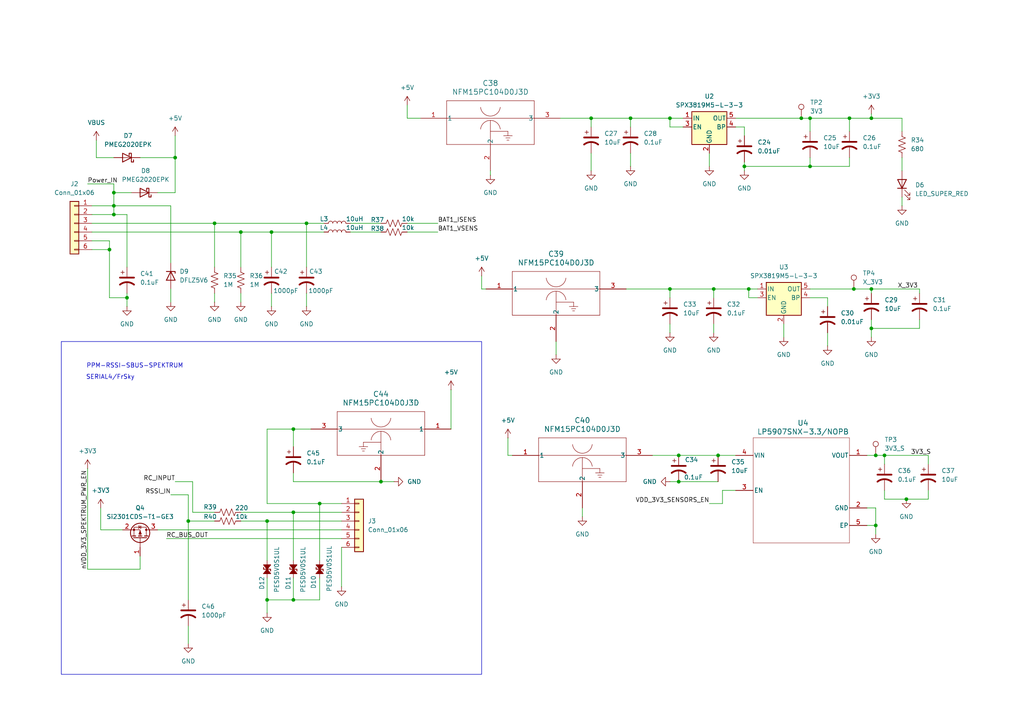
<source format=kicad_sch>
(kicad_sch (version 20231120) (generator "eeschema") (generator_version "8.0")
  (paper "A4")
  (lib_symbols
    (symbol "Connector:TestPoint" (pin_numbers hide) (pin_names (offset 0.762) hide)
      (property "Reference" "TP" (at 0 6.858 0))
      (property "Value" "TestPoint" (at 0 5.08 0))
      (symbol "TestPoint_0_1"
        (circle (center 0 3.302) (radius 0.762))
      )
      (symbol "TestPoint_1_1"
        (pin passive line (at 0 0 90) (length 2.54) (name "1") (number "1"))
      )
    )
    (symbol "Connector_Generic:Conn_01x06" (pin_names (offset 1.016) hide)
      (property "Reference" "J" (at 0 7.62 0))
      (property "Value" "Conn_01x06" (at 0 -10.16 0))
      (symbol "Conn_01x06_1_1"
        (rectangle (start -1.27 -7.493) (end 0 -7.747) (stroke (width 0.1524)))
        (rectangle (start -1.27 -4.953) (end 0 -5.207) (stroke (width 0.1524)))
        (rectangle (start -1.27 -2.413) (end 0 -2.667) (stroke (width 0.1524)))
        (rectangle (start -1.27 0.127) (end 0 -0.127) (stroke (width 0.1524)))
        (rectangle (start -1.27 2.667) (end 0 2.413) (stroke (width 0.1524)))
        (rectangle (start -1.27 5.207) (end 0 4.953) (stroke (width 0.1524)))
        (rectangle (start -1.27 6.35) (end 1.27 -8.89) (stroke (width 0.254)) (fill (type background)))
        (pin passive line (at -5.08 5.08 0) (length 3.81) (name "Pin_1") (number "1"))
        (pin passive line (at -5.08 2.54 0) (length 3.81) (name "Pin_2") (number "2"))
        (pin passive line (at -5.08 0 0) (length 3.81) (name "Pin_3") (number "3"))
        (pin passive line (at -5.08 -2.54 0) (length 3.81) (name "Pin_4") (number "4"))
        (pin passive line (at -5.08 -5.08 0) (length 3.81) (name "Pin_5") (number "5"))
        (pin passive line (at -5.08 -7.62 0) (length 3.81) (name "Pin_6") (number "6"))
      )
    )
    (symbol "Device:C_Polarized_US" (pin_numbers hide) (pin_names (offset 0.254) hide)
      (property "Reference" "C" (at 0.635 2.54 0))
      (property "Value" "C_Polarized_US" (at 0.635 -2.54 0))
      (symbol "C_Polarized_US_0_1"
        (polyline (pts (xy -2.032 0.762) (xy 2.032 0.762)) (stroke (width 0.508)))
        (polyline (pts (xy -1.778 2.286) (xy -0.762 2.286)))
        (polyline (pts (xy -1.27 1.778) (xy -1.27 2.794)))
        (arc (start 2.032 -1.27) (mid 0 -0.5572) (end -2.032 -1.27) (stroke (width 0.508)))
      )
      (symbol "C_Polarized_US_1_1"
        (pin passive line (at 0 3.81 270) (length 2.794) (name "~") (number "1"))
        (pin passive line (at 0 -3.81 90) (length 3.302) (name "~") (number "2"))
      )
    )
    (symbol "Device:D_Schottky" (pin_numbers hide) (pin_names (offset 1.016) hide)
      (property "Reference" "D" (at 0 2.54 0))
      (property "Value" "D_Schottky" (at 0 -2.54 0))
      (symbol "D_Schottky_0_1"
        (polyline (pts (xy 1.27 0) (xy -1.27 0)))
        (polyline (pts (xy 1.27 1.27) (xy 1.27 -1.27) (xy -1.27 0) (xy 1.27 1.27)) (stroke (width 0.254)))
        (polyline (pts (xy -1.905 0.635) (xy -1.905 1.27) (xy -1.27 1.27) (xy -1.27 -1.27) (xy -0.635 -1.27) (xy -0.635 -0.635)) (stroke (width 0.254)))
      )
      (symbol "D_Schottky_1_1"
        (pin passive line (at -3.81 0 0) (length 2.54) (name "K") (number "1"))
        (pin passive line (at 3.81 0 180) (length 2.54) (name "A") (number "2"))
      )
    )
    (symbol "Device:D_TVS_Small_Filled" (pin_numbers hide) (pin_names (offset 1.016) hide)
      (property "Reference" "D" (at 0 2.54 0))
      (property "Value" "D_TVS_Small_Filled" (at 0 -2.54 0))
      (symbol "D_TVS_Small_Filled_0_1"
        (polyline (pts (xy -1.27 0) (xy 1.27 0)))
        (polyline (pts (xy 0.508 1.016) (xy 0 1.016) (xy 0 -1.016) (xy -0.508 -1.016)) (stroke (width 0.254)))
      )
      (symbol "D_TVS_Small_Filled_1_1"
        (polyline (pts (xy -1.27 1.016) (xy -1.27 -1.016) (xy 0 0) (xy -1.27 1.016)) (stroke (width 0.254)) (fill (type outline)))
        (polyline (pts (xy 0 0) (xy 1.27 1.016) (xy 1.27 -1.016) (xy 0 0)) (stroke (width 0.254)) (fill (type outline)))
        (pin passive line (at -2.54 0 0) (length 1.27) (name "A1") (number "1"))
        (pin passive line (at 2.54 0 180) (length 1.27) (name "A2") (number "2"))
      )
    )
    (symbol "Device:D_Zener" (pin_numbers hide) (pin_names (offset 1.016) hide)
      (property "Reference" "D" (at 0 2.54 0))
      (property "Value" "D_Zener" (at 0 -2.54 0))
      (symbol "D_Zener_0_1"
        (polyline (pts (xy 1.27 0) (xy -1.27 0)))
        (polyline (pts (xy -1.27 -1.27) (xy -1.27 1.27) (xy -0.762 1.27)) (stroke (width 0.254)))
        (polyline (pts (xy 1.27 -1.27) (xy 1.27 1.27) (xy -1.27 0) (xy 1.27 -1.27)) (stroke (width 0.254)))
      )
      (symbol "D_Zener_1_1"
        (pin passive line (at -3.81 0 0) (length 2.54) (name "K") (number "1"))
        (pin passive line (at 3.81 0 180) (length 2.54) (name "A") (number "2"))
      )
    )
    (symbol "Device:L" (pin_numbers hide) (pin_names (offset 1.016) hide)
      (property "Reference" "L" (at -1.27 0 90))
      (property "Value" "L" (at 1.905 0 90))
      (symbol "L_0_1"
        (arc (start 0 -2.54) (mid 0.6323 -1.905) (end 0 -1.27))
        (arc (start 0 -1.27) (mid 0.6323 -0.635) (end 0 0))
        (arc (start 0 0) (mid 0.6323 0.635) (end 0 1.27))
        (arc (start 0 1.27) (mid 0.6323 1.905) (end 0 2.54))
      )
      (symbol "L_1_1"
        (pin passive line (at 0 3.81 270) (length 1.27) (name "1") (number "1"))
        (pin passive line (at 0 -3.81 90) (length 1.27) (name "2") (number "2"))
      )
    )
    (symbol "Device:LED" (pin_numbers hide) (pin_names (offset 1.016) hide)
      (property "Reference" "D" (at 0 2.54 0))
      (property "Value" "LED" (at 0 -2.54 0))
      (symbol "LED_0_1"
        (polyline (pts (xy -1.27 -1.27) (xy -1.27 1.27)) (stroke (width 0.254)))
        (polyline (pts (xy -1.27 0) (xy 1.27 0)))
        (polyline (pts (xy 1.27 -1.27) (xy 1.27 1.27) (xy -1.27 0) (xy 1.27 -1.27)) (stroke (width 0.254)))
        (polyline (pts (xy -3.048 -0.762) (xy -4.572 -2.286) (xy -3.81 -2.286) (xy -4.572 -2.286) (xy -4.572 -1.524)))
        (polyline (pts (xy -1.778 -0.762) (xy -3.302 -2.286) (xy -2.54 -2.286) (xy -3.302 -2.286) (xy -3.302 -1.524)))
      )
      (symbol "LED_1_1"
        (pin passive line (at -3.81 0 0) (length 2.54) (name "K") (number "1"))
        (pin passive line (at 3.81 0 180) (length 2.54) (name "A") (number "2"))
      )
    )
    (symbol "Device:R_US" (pin_numbers hide) (pin_names (offset 0))
      (property "Reference" "R" (at 2.54 0 90))
      (property "Value" "R_US" (at -2.54 0 90))
      (symbol "R_US_0_1"
        (polyline (pts (xy 0 -2.286) (xy 0 -2.54)))
        (polyline (pts (xy 0 2.286) (xy 0 2.54)))
        (polyline (pts (xy 0 -0.762) (xy 1.016 -1.143) (xy 0 -1.524) (xy -1.016 -1.905) (xy 0 -2.286)))
        (polyline (pts (xy 0 0.762) (xy 1.016 0.381) (xy 0 0) (xy -1.016 -0.381) (xy 0 -0.762)))
        (polyline (pts (xy 0 2.286) (xy 1.016 1.905) (xy 0 1.524) (xy -1.016 1.143) (xy 0 0.762)))
      )
      (symbol "R_US_1_1"
        (pin passive line (at 0 3.81 270) (length 1.27) (name "~") (number "1"))
        (pin passive line (at 0 -3.81 90) (length 1.27) (name "~") (number "2"))
      )
    )
    (symbol "LP5907SNX_3_3_NOPB:LP5907SNX-3.3_NOPB" (pin_names (offset 0.254))
      (property "Reference" "U" (at 0 2.54 0))
      (property "Value" "LP5907SNX-3.3/NOPB" (at 0 0 0))
      (symbol "LP5907SNX-3.3_NOPB_0_1"
        (polyline (pts (xy -12.7 -15.24) (xy 15.24 -15.24)) (stroke (width 0.1016)))
        (polyline (pts (xy -12.7 15.24) (xy -12.7 -15.24)) (stroke (width 0.1016)))
        (polyline (pts (xy 15.24 -15.24) (xy 15.24 15.24)) (stroke (width 0.1016)))
        (polyline (pts (xy 15.24 15.24) (xy -12.7 15.24)) (stroke (width 0.1016)))
        (pin power_in line (at 20.32 10.16 180) (length 5.08) (name "VOUT") (number "1"))
        (pin power_in line (at 20.32 -5.08 180) (length 5.08) (name "GND") (number "2"))
        (pin input line (at -17.78 0 0) (length 5.08) (name "EN") (number "3"))
        (pin power_in line (at -17.78 10.16 0) (length 5.08) (name "VIN") (number "4"))
        (pin power_in line (at 20.32 -10.16 180) (length 5.08) (name "EP") (number "5"))
      )
    )
    (symbol "NFM15PC104D0J3D:NFM15PC104D0J3D" (pin_names (offset 0.254))
      (property "Reference" "C" (at 20.32 10.16 0))
      (property "Value" "NFM15PC104D0J3D" (at 20.32 7.62 0))
      (symbol "NFM15PC104D0J3D_0_1"
        (polyline (pts (xy 7.62 -7.62) (xy 33.02 -7.62)) (stroke (width 0.127)))
        (polyline (pts (xy 7.62 0) (xy 33.02 0)) (stroke (width 0.127)))
        (polyline (pts (xy 7.62 5.08) (xy 7.62 -7.62)) (stroke (width 0.127)))
        (polyline (pts (xy 20.32 -7.62) (xy 20.32 -0.635)) (stroke (width 0.127)))
        (polyline (pts (xy 20.32 -3.81) (xy 25.4 -3.81)) (stroke (width 0.127)))
        (polyline (pts (xy 24.13 -5.08) (xy 26.67 -5.08)) (stroke (width 0.127)))
        (polyline (pts (xy 24.765 -5.715) (xy 26.035 -5.715)) (stroke (width 0.127)))
        (polyline (pts (xy 25.0825 -6.35) (xy 25.7175 -6.35)) (stroke (width 0.127)))
        (polyline (pts (xy 25.4 -3.81) (xy 25.4 -5.08)) (stroke (width 0.127)))
        (polyline (pts (xy 33.02 -7.62) (xy 33.02 5.08)) (stroke (width 0.127)))
        (polyline (pts (xy 33.02 5.08) (xy 7.62 5.08)) (stroke (width 0.127)))
        (arc (start 17.4674 3.1755) (mid 20.32 0.6223) (end 23.1726 3.1755) (stroke (width 0.127)))
        (arc (start 23.1726 -3.1755) (mid 20.32 -0.6223) (end 17.4674 -3.1755) (stroke (width 0.127)))
        (pin unspecified line (at 0 0 0) (length 7.62) (name "1") (number "1"))
        (pin unspecified line (at 20.32 -15.24 90) (length 7.62) (name "2") (number "2"))
        (pin unspecified line (at 40.64 0 180) (length 7.62) (name "3") (number "3"))
      )
    )
    (symbol "Regulator_Linear:SPX3819M5-L-3-3" (pin_names (offset 0.254))
      (property "Reference" "U" (at -3.81 5.715 0))
      (property "Value" "SPX3819M5-L-3-3" (at 0 5.715 0))
      (symbol "SPX3819M5-L-3-3_0_1"
        (rectangle (start -5.08 4.445) (end 5.08 -5.08) (stroke (width 0.254)) (fill (type background)))
      )
      (symbol "SPX3819M5-L-3-3_1_1"
        (pin power_in line (at -7.62 2.54 0) (length 2.54) (name "IN") (number "1"))
        (pin power_in line (at 0 -7.62 90) (length 2.54) (name "GND") (number "2"))
        (pin input line (at -7.62 0 0) (length 2.54) (name "EN") (number "3"))
        (pin input line (at 7.62 0 180) (length 2.54) (name "BP") (number "4"))
        (pin power_out line (at 7.62 2.54 180) (length 2.54) (name "OUT") (number "5"))
      )
    )
    (symbol "Transistor_FET:Si2319CDS" (pin_names hide)
      (property "Reference" "Q" (at 5.08 1.905 0))
      (property "Value" "Si2319CDS" (at 5.08 0 0))
      (symbol "Si2319CDS_0_1"
        (polyline (pts (xy 0.254 0) (xy -2.54 0)))
        (polyline (pts (xy 0.254 1.905) (xy 0.254 -1.905)) (stroke (width 0.254)))
        (polyline (pts (xy 0.762 -1.27) (xy 0.762 -2.286)) (stroke (width 0.254)))
        (polyline (pts (xy 0.762 0.508) (xy 0.762 -0.508)) (stroke (width 0.254)))
        (polyline (pts (xy 0.762 2.286) (xy 0.762 1.27)) (stroke (width 0.254)))
        (polyline (pts (xy 2.54 2.54) (xy 2.54 1.778)))
        (polyline (pts (xy 2.54 -2.54) (xy 2.54 0) (xy 0.762 0)))
        (polyline (pts (xy 0.762 1.778) (xy 3.302 1.778) (xy 3.302 -1.778) (xy 0.762 -1.778)))
        (polyline (pts (xy 2.286 0) (xy 1.27 0.381) (xy 1.27 -0.381) (xy 2.286 0)) (fill (type outline)))
        (polyline (pts (xy 2.794 -0.508) (xy 2.921 -0.381) (xy 3.683 -0.381) (xy 3.81 -0.254)))
        (polyline (pts (xy 3.302 -0.381) (xy 2.921 0.254) (xy 3.683 0.254) (xy 3.302 -0.381)))
        (circle (center 1.651 0) (radius 2.794) (stroke (width 0.254)))
        (circle (center 2.54 -1.778) (radius 0.254) (fill (type outline)))
        (circle (center 2.54 1.778) (radius 0.254) (fill (type outline)))
      )
      (symbol "Si2319CDS_1_1"
        (pin input line (at -5.08 0 0) (length 2.54) (name "G") (number "1"))
        (pin passive line (at 2.54 -5.08 90) (length 2.54) (name "S") (number "2"))
        (pin passive line (at 2.54 5.08 270) (length 2.54) (name "D") (number "3"))
      )
    )
    (symbol "power:+3V3" (power) (pin_numbers hide) (pin_names (offset 0) hide)
      (property "Value" "+3V3" (at 0 3.556 0))
      (symbol "+3V3_0_1"
        (polyline (pts (xy -0.762 1.27) (xy 0 2.54)))
        (polyline (pts (xy 0 0) (xy 0 2.54)))
        (polyline (pts (xy 0 2.54) (xy 0.762 1.27)))
      )
      (symbol "+3V3_1_1"
        (pin power_in line (at 0 0 90) (length 0) (name "~") (number "1"))
      )
    )
    (symbol "power:+5V" (power) (pin_numbers hide) (pin_names (offset 0) hide)
      (property "Value" "+5V" (at 0 3.556 0))
      (symbol "+5V_0_1"
        (polyline (pts (xy -0.762 1.27) (xy 0 2.54)))
        (polyline (pts (xy 0 0) (xy 0 2.54)))
        (polyline (pts (xy 0 2.54) (xy 0.762 1.27)))
      )
      (symbol "+5V_1_1"
        (pin power_in line (at 0 0 90) (length 0) (name "~") (number "1"))
      )
    )
    (symbol "power:GND" (power) (pin_numbers hide) (pin_names (offset 0) hide)
      (property "Value" "GND" (at 0 -3.81 0))
      (symbol "GND_0_1"
        (polyline (pts (xy 0 0) (xy 0 -1.27) (xy 1.27 -1.27) (xy 0 -2.54) (xy -1.27 -1.27) (xy 0 -1.27)))
      )
      (symbol "GND_1_1"
        (pin power_in line (at 0 0 270) (length 0) (name "~") (number "1"))
      )
    )
    (symbol "power:VBUS" (power) (pin_numbers hide) (pin_names (offset 0) hide)
      (property "Value" "VBUS" (at 0 3.556 0))
      (symbol "VBUS_0_1"
        (polyline (pts (xy -0.762 1.27) (xy 0 2.54)))
        (polyline (pts (xy 0 0) (xy 0 2.54)))
        (polyline (pts (xy 0 2.54) (xy 0.762 1.27)))
      )
      (symbol "VBUS_1_1"
        (pin power_in line (at 0 0 90) (length 0) (name "~") (number "1"))
      )
    )
  )
  (junction (at 234.95 48.26))
  (junction (at 252.73 95.25))
  (junction (at 232.41 34.29))
  (junction (at 62.23 64.77))
  (junction (at 50.8 45.72))
  (junction (at 85.09 173.99))
  (junction (at 92.71 146.05))
  (junction (at 215.9 48.26))
  (junction (at 208.28 132.08))
  (junction (at 33.02 59.69))
  (junction (at 54.61 151.13))
  (junction (at 234.95 34.29))
  (junction (at 78.74 67.31))
  (junction (at 33.02 62.23))
  (junction (at 31.75 72.39))
  (junction (at 252.73 83.82))
  (junction (at 77.47 151.13))
  (junction (at 217.17 83.82))
  (junction (at 85.09 148.59))
  (junction (at 196.85 139.7))
  (junction (at 254 152.4))
  (junction (at 254 132.08))
  (junction (at 69.85 67.31))
  (junction (at 247.65 83.82))
  (junction (at 171.45 34.29))
  (junction (at 194.31 34.29))
  (junction (at 256.54 132.08))
  (junction (at 207.01 83.82))
  (junction (at 77.47 173.99))
  (junction (at 194.31 83.82))
  (junction (at 36.83 86.36))
  (junction (at 196.85 132.08))
  (junction (at 85.09 124.46))
  (junction (at 110.49 139.7))
  (junction (at 246.38 34.29))
  (junction (at 182.88 34.29))
  (junction (at 88.9 64.77))
  (junction (at 33.02 55.88))
  (junction (at 262.89 144.78))
  (junction (at 252.73 34.29))
  (wire (pts (xy 147.32 132.08) (xy 148.59 132.08)))
  (wire (pts (xy 252.73 34.29) (xy 246.38 34.29)))
  (wire (pts (xy 40.64 165.1) (xy 40.64 161.29)))
  (wire (pts (xy 50.8 45.72) (xy 40.64 45.72)))
  (wire (pts (xy 50.8 39.37) (xy 50.8 45.72)))
  (wire (pts (xy 62.23 85.09) (xy 62.23 87.63)))
  (wire (pts (xy 33.02 55.88) (xy 38.1 55.88)))
  (wire (pts (xy 25.4 165.1) (xy 25.4 135.89)))
  (wire (pts (xy 33.02 59.69) (xy 33.02 55.88)))
  (wire (pts (xy 251.46 147.32) (xy 254 147.32)))
  (wire (pts (xy 252.73 95.25) (xy 252.73 97.79)))
  (wire (pts (xy 219.71 86.36) (xy 217.17 86.36)))
  (wire (pts (xy 234.95 34.29) (xy 234.95 38.1)))
  (wire (pts (xy 130.81 113.03) (xy 130.81 124.46)))
  (wire (pts (xy 209.55 142.24) (xy 213.36 142.24)))
  (wire (pts (xy 26.67 69.85) (xy 31.75 69.85)))
  (wire (pts (xy 27.94 40.64) (xy 27.94 45.72)))
  (wire (pts (xy 252.73 33.02) (xy 252.73 34.29)))
  (wire (pts (xy 85.09 148.59) (xy 85.09 162.56)))
  (wire (pts (xy 198.12 36.83) (xy 194.31 36.83)))
  (wire (pts (xy 36.83 62.23) (xy 33.02 62.23)))
  (wire (pts (xy 182.88 44.45) (xy 182.88 48.26)))
  (wire (pts (xy 247.65 83.82) (xy 234.95 83.82)))
  (wire (pts (xy 36.83 86.36) (xy 31.75 86.36)))
  (wire (pts (xy 85.09 148.59) (xy 99.06 148.59)))
  (wire (pts (xy 240.03 86.36) (xy 240.03 88.9)))
  (wire (pts (xy 77.47 151.13) (xy 99.06 151.13)))
  (wire (pts (xy 266.7 95.25) (xy 252.73 95.25)))
  (wire (pts (xy 139.7 80.01) (xy 139.7 83.82)))
  (wire (pts (xy 92.71 146.05) (xy 99.06 146.05)))
  (wire (pts (xy 92.71 173.99) (xy 85.09 173.99)))
  (wire (pts (xy 85.09 173.99) (xy 77.47 173.99)))
  (wire (pts (xy 25.4 165.1) (xy 40.64 165.1)))
  (wire (pts (xy 55.88 148.59) (xy 62.23 148.59)))
  (wire (pts (xy 45.72 55.88) (xy 50.8 55.88)))
  (wire (pts (xy 77.47 167.64) (xy 77.47 173.99)))
  (wire (pts (xy 252.73 85.09) (xy 252.73 83.82)))
  (wire (pts (xy 251.46 152.4) (xy 254 152.4)))
  (wire (pts (xy 33.02 62.23) (xy 33.02 59.69)))
  (wire (pts (xy 31.75 69.85) (xy 31.75 72.39)))
  (wire (pts (xy 227.33 93.98) (xy 227.33 97.79)))
  (wire (pts (xy 194.31 139.7) (xy 196.85 139.7)))
  (wire (pts (xy 36.83 86.36) (xy 36.83 88.9)))
  (wire (pts (xy 49.53 143.51) (xy 54.61 143.51)))
  (wire (pts (xy 252.73 83.82) (xy 247.65 83.82)))
  (wire (pts (xy 266.7 83.82) (xy 252.73 83.82)))
  (wire (pts (xy 147.32 127) (xy 147.32 132.08)))
  (wire (pts (xy 254 147.32) (xy 254 152.4)))
  (wire (pts (xy 269.24 144.78) (xy 269.24 142.24)))
  (wire (pts (xy 88.9 64.77) (xy 88.9 77.47)))
  (wire (pts (xy 85.09 124.46) (xy 77.47 124.46)))
  (wire (pts (xy 54.61 143.51) (xy 54.61 151.13)))
  (wire (pts (xy 142.24 49.53) (xy 142.24 50.8)))
  (wire (pts (xy 77.47 146.05) (xy 92.71 146.05)))
  (wire (pts (xy 234.95 45.72) (xy 234.95 48.26)))
  (wire (pts (xy 26.67 62.23) (xy 33.02 62.23)))
  (wire (pts (xy 118.11 64.77) (xy 127 64.77)))
  (wire (pts (xy 269.24 134.62) (xy 269.24 132.08)))
  (wire (pts (xy 69.85 67.31) (xy 78.74 67.31)))
  (wire (pts (xy 196.85 132.08) (xy 208.28 132.08)))
  (wire (pts (xy 77.47 173.99) (xy 77.47 177.8)))
  (wire (pts (xy 240.03 96.52) (xy 240.03 100.33)))
  (wire (pts (xy 171.45 36.83) (xy 171.45 34.29)))
  (wire (pts (xy 261.62 57.15) (xy 261.62 59.69)))
  (wire (pts (xy 69.85 148.59) (xy 85.09 148.59)))
  (wire (pts (xy 77.47 124.46) (xy 77.47 146.05)))
  (wire (pts (xy 78.74 85.09) (xy 78.74 88.9)))
  (wire (pts (xy 256.54 132.08) (xy 256.54 134.62)))
  (wire (pts (xy 118.11 34.29) (xy 121.92 34.29)))
  (wire (pts (xy 49.53 76.2) (xy 49.53 59.69)))
  (wire (pts (xy 69.85 151.13) (xy 77.47 151.13)))
  (wire (pts (xy 266.7 85.09) (xy 266.7 83.82)))
  (wire (pts (xy 182.88 34.29) (xy 194.31 34.29)))
  (wire (pts (xy 213.36 34.29) (xy 232.41 34.29)))
  (wire (pts (xy 27.94 45.72) (xy 33.02 45.72)))
  (wire (pts (xy 251.46 132.08) (xy 254 132.08)))
  (wire (pts (xy 54.61 151.13) (xy 62.23 151.13)))
  (wire (pts (xy 261.62 38.1) (xy 261.62 34.29)))
  (wire (pts (xy 101.6 64.77) (xy 110.49 64.77)))
  (wire (pts (xy 110.49 139.7) (xy 114.3 139.7)))
  (wire (pts (xy 208.28 132.08) (xy 213.36 132.08)))
  (wire (pts (xy 207.01 83.82) (xy 207.01 86.36)))
  (wire (pts (xy 246.38 38.1) (xy 246.38 34.29)))
  (wire (pts (xy 101.6 67.31) (xy 110.49 67.31)))
  (wire (pts (xy 118.11 67.31) (xy 127 67.31)))
  (wire (pts (xy 215.9 36.83) (xy 215.9 39.37)))
  (wire (pts (xy 50.8 55.88) (xy 50.8 45.72)))
  (wire (pts (xy 217.17 86.36) (xy 217.17 83.82)))
  (wire (pts (xy 88.9 85.09) (xy 88.9 88.9)))
  (wire (pts (xy 215.9 48.26) (xy 215.9 49.53)))
  (wire (pts (xy 78.74 67.31) (xy 93.98 67.31)))
  (wire (pts (xy 85.09 137.16) (xy 85.09 139.7)))
  (wire (pts (xy 194.31 93.98) (xy 194.31 96.52)))
  (wire (pts (xy 50.8 139.7) (xy 55.88 139.7)))
  (wire (pts (xy 33.02 53.34) (xy 33.02 55.88)))
  (wire (pts (xy 246.38 34.29) (xy 234.95 34.29)))
  (wire (pts (xy 139.7 83.82) (xy 140.97 83.82)))
  (wire (pts (xy 196.85 139.7) (xy 208.28 139.7)))
  (wire (pts (xy 217.17 83.82) (xy 219.71 83.82)))
  (wire (pts (xy 78.74 67.31) (xy 78.74 77.47)))
  (wire (pts (xy 54.61 181.61) (xy 54.61 186.69)))
  (wire (pts (xy 99.06 158.75) (xy 99.06 170.18)))
  (wire (pts (xy 69.85 67.31) (xy 69.85 77.47)))
  (wire (pts (xy 194.31 83.82) (xy 207.01 83.82)))
  (wire (pts (xy 256.54 144.78) (xy 262.89 144.78)))
  (wire (pts (xy 261.62 34.29) (xy 252.73 34.29)))
  (wire (pts (xy 209.55 146.05) (xy 209.55 142.24)))
  (wire (pts (xy 26.67 67.31) (xy 69.85 67.31)))
  (wire (pts (xy 92.71 146.05) (xy 92.71 162.56)))
  (wire (pts (xy 26.67 59.69) (xy 33.02 59.69)))
  (wire (pts (xy 205.74 146.05) (xy 209.55 146.05)))
  (wire (pts (xy 207.01 93.98) (xy 207.01 96.52)))
  (wire (pts (xy 62.23 64.77) (xy 88.9 64.77)))
  (wire (pts (xy 213.36 36.83) (xy 215.9 36.83)))
  (wire (pts (xy 88.9 64.77) (xy 93.98 64.77)))
  (wire (pts (xy 254 132.08) (xy 256.54 132.08)))
  (wire (pts (xy 29.21 147.32) (xy 29.21 153.67)))
  (wire (pts (xy 189.23 132.08) (xy 196.85 132.08)))
  (wire (pts (xy 262.89 144.78) (xy 269.24 144.78)))
  (wire (pts (xy 205.74 44.45) (xy 205.74 48.26)))
  (wire (pts (xy 162.56 34.29) (xy 171.45 34.29)))
  (wire (pts (xy 49.53 59.69) (xy 33.02 59.69)))
  (wire (pts (xy 31.75 86.36) (xy 31.75 72.39)))
  (wire (pts (xy 161.29 99.06) (xy 161.29 102.87)))
  (wire (pts (xy 48.26 156.21) (xy 99.06 156.21)))
  (wire (pts (xy 54.61 173.99) (xy 54.61 151.13)))
  (wire (pts (xy 181.61 83.82) (xy 194.31 83.82)))
  (wire (pts (xy 232.41 34.29) (xy 234.95 34.29)))
  (wire (pts (xy 118.11 30.48) (xy 118.11 34.29)))
  (wire (pts (xy 194.31 86.36) (xy 194.31 83.82)))
  (wire (pts (xy 168.91 147.32) (xy 168.91 149.86)))
  (wire (pts (xy 207.01 83.82) (xy 217.17 83.82)))
  (wire (pts (xy 36.83 85.09) (xy 36.83 86.36)))
  (wire (pts (xy 29.21 153.67) (xy 35.56 153.67)))
  (wire (pts (xy 45.72 153.67) (xy 99.06 153.67)))
  (wire (pts (xy 234.95 48.26) (xy 215.9 48.26)))
  (wire (pts (xy 266.7 92.71) (xy 266.7 95.25)))
  (wire (pts (xy 36.83 77.47) (xy 36.83 62.23)))
  (wire (pts (xy 194.31 36.83) (xy 194.31 34.29)))
  (wire (pts (xy 62.23 64.77) (xy 62.23 77.47)))
  (wire (pts (xy 55.88 139.7) (xy 55.88 148.59)))
  (wire (pts (xy 85.09 139.7) (xy 110.49 139.7)))
  (wire (pts (xy 194.31 34.29) (xy 198.12 34.29)))
  (wire (pts (xy 25.4 53.34) (xy 33.02 53.34)))
  (wire (pts (xy 69.85 85.09) (xy 69.85 87.63)))
  (wire (pts (xy 254 152.4) (xy 254 154.94)))
  (wire (pts (xy 85.09 167.64) (xy 85.09 173.99)))
  (wire (pts (xy 256.54 142.24) (xy 256.54 144.78)))
  (wire (pts (xy 90.17 124.46) (xy 85.09 124.46)))
  (wire (pts (xy 182.88 36.83) (xy 182.88 34.29)))
  (wire (pts (xy 246.38 45.72) (xy 246.38 48.26)))
  (wire (pts (xy 77.47 151.13) (xy 77.47 162.56)))
  (wire (pts (xy 246.38 48.26) (xy 234.95 48.26)))
  (wire (pts (xy 26.67 64.77) (xy 62.23 64.77)))
  (wire (pts (xy 85.09 124.46) (xy 85.09 129.54)))
  (wire (pts (xy 234.95 86.36) (xy 240.03 86.36)))
  (wire (pts (xy 256.54 132.08) (xy 269.24 132.08)))
  (wire (pts (xy 171.45 44.45) (xy 171.45 49.53)))
  (wire (pts (xy 26.67 72.39) (xy 31.75 72.39)))
  (wire (pts (xy 171.45 34.29) (xy 182.88 34.29)))
  (wire (pts (xy 261.62 45.72) (xy 261.62 49.53)))
  (wire (pts (xy 252.73 92.71) (xy 252.73 95.25)))
  (wire (pts (xy 92.71 167.64) (xy 92.71 173.99)))
  (wire (pts (xy 215.9 46.99) (xy 215.9 48.26)))
  (wire (pts (xy 49.53 83.82) (xy 49.53 87.63)))
  (rectangle (start 17.78 99.06) (end 139.7 195.58))
  (text "PPM-RSSI-SBUS-SPEKTRUM" (at 39.116 106.172 0) (effects (font (size 1.27 1.27))))
  (text "SERIAL4/FrSky" (at 32.004 109.474 0) (effects (font (size 1.27 1.27))))
  (label "nVDD_3V3_SPEKTRUM_PWR_EN" (at 25.4 165.1 90))
  (label "X_3V3" (at 260.35 83.82 0))
  (label "BAT1_VSENS" (at 127 67.31 0))
  (label "BAT1_ISENS" (at 127 64.77 0))
  (label "RC_BUS_OUT" (at 48.26 156.21 0))
  (label "VDD_3V3_SENSORS_EN" (at 205.74 146.05 180))
  (label "Power_IN" (at 25.4 53.34 0))
  (label "RSSI_IN" (at 49.53 143.51 180))
  (label "3V3_S" (at 264.16 132.08 0))
  (label "RC_INPUT" (at 50.8 139.7 180))
  (symbol (lib_id "power:GND") (at 69.85 87.63 0) (unit 1)
    (property "Reference" "#PWR081" (effects (hide yes)))
    (property "Value" "GND" (at 69.85 92.71 0))
    (property "Description" "Power symbol creates a global label with name \"GND\" , ground" (effects (hide yes)))
  )
  (symbol (lib_id "Device:R_US") (at 114.3 67.31 270) (unit 1)
    (property "Reference" "R38" (at 109.474 66.294 90))
    (property "Value" "10k" (at 118.364 66.04 90))
    (property "Description" "Resistor, US symbol" (effects (hide yes)))
  )
  (symbol (lib_id "power:+5V") (at 147.32 127 0) (unit 1)
    (property "Reference" "#PWR075" (effects (hide yes)))
    (property "Value" "+5V" (at 147.32 121.92 0))
    (property "Description" "Power symbol creates a global label with name \"+5V\"" (effects (hide yes)))
  )
  (symbol (lib_id "Device:D_Schottky") (at 36.83 45.72 180) (unit 1)
    (property "Reference" "D7" (at 37.1475 39.37 0))
    (property "Value" "PMEG2020EPK" (at 37.1475 41.91 0))
    (property "Description" "Schottky diode" (effects (hide yes)))
  )
  (symbol (lib_id "Device:C_Polarized_US") (at 85.09 133.35 0) (unit 1)
    (property "Reference" "C45" (at 88.9 131.4449 0) (effects (justify left)))
    (property "Value" "0.1uF" (at 88.9 133.9849 0) (effects (justify left)))
    (property "Description" "Polarized capacitor, US symbol" (effects (hide yes)))
  )
  (symbol (lib_id "Device:C_Polarized_US") (at 252.73 88.9 0) (unit 1)
    (property "Reference" "C29" (at 256.54 86.9949 0) (effects (justify left)))
    (property "Value" "10uF" (at 256.54 89.5349 0) (effects (justify left)))
    (property "Description" "Polarized capacitor, US symbol" (effects (hide yes)))
  )
  (symbol (lib_id "power:GND") (at 215.9 49.53 0) (unit 1)
    (property "Reference" "#PWR057" (effects (hide yes)))
    (property "Value" "GND" (at 215.9 54.61 0))
    (property "Description" "Power symbol creates a global label with name \"GND\" , ground" (effects (hide yes)))
  )
  (symbol (lib_id "power:+3V3") (at 29.21 147.32 0) (unit 1)
    (property "Reference" "#PWR084" (effects (hide yes)))
    (property "Value" "+3V3" (at 29.21 142.24 0))
    (property "Description" "Power symbol creates a global label with name \"+3V3\"" (effects (hide yes)))
  )
  (symbol (lib_id "power:GND") (at 78.74 88.9 0) (unit 1)
    (property "Reference" "#PWR082" (effects (hide yes)))
    (property "Value" "GND" (at 78.74 93.98 0))
    (property "Description" "Power symbol creates a global label with name \"GND\" , ground" (effects (hide yes)))
  )
  (symbol (lib_id "power:GND") (at 254 154.94 0) (unit 1)
    (property "Reference" "#PWR068" (effects (hide yes)))
    (property "Value" "GND" (at 254 160.02 0))
    (property "Description" "Power symbol creates a global label with name \"GND\" , ground" (effects (hide yes)))
  )
  (symbol (lib_id "Device:R_US") (at 66.04 151.13 90) (unit 1)
    (property "Reference" "R40" (at 60.96 149.86 90))
    (property "Value" "10k" (at 70.104 149.86 90))
    (property "Description" "Resistor, US symbol" (effects (hide yes)))
  )
  (symbol (lib_id "Connector:TestPoint") (at 232.41 34.29 0) (unit 1)
    (property "Reference" "TP2" (at 234.95 29.7179 0) (effects (justify left)))
    (property "Value" "3V3" (at 234.95 32.2579 0) (effects (justify left)))
    (property "Description" "test point" (effects (hide yes)))
  )
  (symbol (lib_id "power:GND") (at 62.23 87.63 0) (unit 1)
    (property "Reference" "#PWR080" (effects (hide yes)))
    (property "Value" "GND" (at 62.23 92.71 0))
    (property "Description" "Power symbol creates a global label with name \"GND\" , ground" (effects (hide yes)))
  )
  (symbol (lib_id "power:+5V") (at 118.11 30.48 0) (unit 1)
    (property "Reference" "#PWR071" (effects (hide yes)))
    (property "Value" "+5V" (at 118.11 25.4 0))
    (property "Description" "Power symbol creates a global label with name \"+5V\"" (effects (hide yes)))
  )
  (symbol (lib_id "power:GND") (at 114.3 139.7 90) (unit 1)
    (property "Reference" "#PWR087" (effects (hide yes)))
    (property "Value" "GND" (at 118.11 139.6999 90) (effects (justify right)))
    (property "Description" "Power symbol creates a global label with name \"GND\" , ground" (effects (hide yes)))
  )
  (symbol (lib_id "Device:C_Polarized_US") (at 207.01 90.17 0) (unit 1)
    (property "Reference" "C32" (at 210.82 88.2649 0) (effects (justify left)))
    (property "Value" "0.1uF" (at 210.82 90.8049 0) (effects (justify left)))
    (property "Description" "Polarized capacitor, US symbol" (effects (hide yes)))
  )
  (symbol (lib_id "Device:C_Polarized_US") (at 54.61 177.8 0) (unit 1)
    (property "Reference" "C46" (at 58.42 175.8949 0) (effects (justify left)))
    (property "Value" "1000pF" (at 58.42 178.4349 0) (effects (justify left)))
    (property "Description" "Polarized capacitor, US symbol" (effects (hide yes)))
  )
  (symbol (lib_id "Device:R_US") (at 66.04 148.59 90) (unit 1)
    (property "Reference" "R39" (at 60.96 147.066 90))
    (property "Value" "220" (at 70.104 147.32 90))
    (property "Description" "Resistor, US symbol" (effects (hide yes)))
  )
  (symbol (lib_id "Device:D_Schottky") (at 41.91 55.88 180) (unit 1)
    (property "Reference" "D8" (at 42.2275 49.53 0))
    (property "Value" "PMEG2020EPK" (at 42.2275 52.07 0))
    (property "Description" "Schottky diode" (effects (hide yes)))
  )
  (symbol (lib_id "Device:R_US") (at 261.62 41.91 0) (unit 1)
    (property "Reference" "R34" (at 264.16 40.6399 0) (effects (justify left)))
    (property "Value" "680" (at 264.16 43.1799 0) (effects (justify left)))
    (property "Description" "Resistor, US symbol" (effects (hide yes)))
  )
  (symbol (lib_id "power:GND") (at 168.91 149.86 0) (unit 1)
    (property "Reference" "#PWR074" (effects (hide yes)))
    (property "Value" "GND" (at 168.91 154.94 0))
    (property "Description" "Power symbol creates a global label with name \"GND\" , ground" (effects (hide yes)))
  )
  (symbol (lib_id "power:GND") (at 194.31 139.7 270) (unit 1)
    (property "Reference" "#PWR067" (effects (hide yes)))
    (property "Value" "GND" (at 190.5 139.6999 90) (effects (justify right)))
    (property "Description" "Power symbol creates a global label with name \"GND\" , ground" (effects (hide yes)))
  )
  (symbol (lib_id "Device:C_Polarized_US") (at 246.38 41.91 0) (unit 1)
    (property "Reference" "C26" (at 250.19 40.0049 0) (effects (justify left)))
    (property "Value" "0.1uF" (at 250.19 42.5449 0) (effects (justify left)))
    (property "Description" "Polarized capacitor, US symbol" (effects (hide yes)))
  )
  (symbol (lib_id "power:GND") (at 252.73 97.79 0) (unit 1)
    (property "Reference" "#PWR064" (effects (hide yes)))
    (property "Value" "GND" (at 252.73 102.87 0))
    (property "Description" "Power symbol creates a global label with name \"GND\" , ground" (effects (hide yes)))
  )
  (symbol (lib_id "Device:C_Polarized_US") (at 234.95 41.91 0) (unit 1)
    (property "Reference" "C25" (at 238.76 40.0049 0) (effects (justify left)))
    (property "Value" "10uF" (at 238.76 42.5449 0) (effects (justify left)))
    (property "Description" "Polarized capacitor, US symbol" (effects (hide yes)))
  )
  (symbol (lib_id "Device:C_Polarized_US") (at 36.83 81.28 0) (unit 1)
    (property "Reference" "C41" (at 40.64 79.3749 0) (effects (justify left)))
    (property "Value" "0.1uF" (at 40.64 81.9149 0) (effects (justify left)))
    (property "Description" "Polarized capacitor, US symbol" (effects (hide yes)))
  )
  (symbol (lib_id "Device:D_Zener") (at 49.53 80.01 270) (unit 1)
    (property "Reference" "D9" (at 52.07 78.7399 90) (effects (justify left)))
    (property "Value" "DFLZ5V6" (at 52.07 81.2799 90) (effects (justify left)))
    (property "Description" "Zener diode" (effects (hide yes)))
  )
  (symbol (lib_id "Device:LED") (at 261.62 53.34 90) (unit 1)
    (property "Reference" "D6" (at 265.43 53.6574 90) (effects (justify right)))
    (property "Value" "LED_SUPER_RED" (at 265.43 56.1974 90) (effects (justify right)))
    (property "Description" "Light emitting diode" (effects (hide yes)))
  )
  (symbol (lib_id "power:GND") (at 262.89 144.78 0) (unit 1)
    (property "Reference" "#PWR069" (effects (hide yes)))
    (property "Value" "GND" (at 262.89 149.86 0))
    (property "Description" "Power symbol creates a global label with name \"GND\" , ground" (effects (hide yes)))
  )
  (symbol (lib_id "Device:D_TVS_Small_Filled") (at 85.09 165.1 90) (unit 1)
    (property "Reference" "D11" (at 83.566 167.132 0) (effects (justify right)))
    (property "Value" "PESD5V0S1UL" (at 87.884 158.496 0) (effects (justify right)))
    (property "Description" "Bidirectional transient-voltage-suppression diode, small symbol, filled shape" (effects (hide yes)))
  )
  (symbol (lib_id "Device:C_Polarized_US") (at 269.24 138.43 0) (unit 1)
    (property "Reference" "C37" (at 273.05 136.5249 0) (effects (justify left)))
    (property "Value" "10uF" (at 273.05 139.0649 0) (effects (justify left)))
    (property "Description" "Polarized capacitor, US symbol" (effects (hide yes)))
  )
  (symbol (lib_id "power:+3V3") (at 25.4 135.89 0) (unit 1)
    (property "Reference" "#PWR085" (effects (hide yes)))
    (property "Value" "+3V3" (at 25.4 130.81 0))
    (property "Description" "Power symbol creates a global label with name \"+3V3\"" (effects (hide yes)))
  )
  (symbol (lib_id "power:GND") (at 49.53 87.63 0) (unit 1)
    (property "Reference" "#PWR078" (effects (hide yes)))
    (property "Value" "GND" (at 49.53 92.71 0))
    (property "Description" "Power symbol creates a global label with name \"GND\" , ground" (effects (hide yes)))
  )
  (symbol (lib_id "LP5907SNX_3_3_NOPB:LP5907SNX-3.3_NOPB") (at 231.14 142.24 0) (unit 1)
    (property "Reference" "U4" (at 232.918 122.682 0) (effects (font (size 1.524 1.524))))
    (property "Value" "LP5907SNX-3.3/NOPB" (at 232.918 125.222 0) (effects (font (size 1.524 1.524))))
    (property "Footprint" "DQN0004A" (effects (hide yes)))
    (property "Datasheet" "LP5907SNX-3.3/NOPB" (effects (hide yes)))
  )
  (symbol (lib_id "NFM15PC104D0J3D:NFM15PC104D0J3D") (at 121.92 34.29 0) (unit 1)
    (property "Reference" "C38" (at 142.24 24.13 0) (effects (font (size 1.524 1.524))))
    (property "Value" "NFM15PC104D0J3D" (at 142.24 26.67 0) (effects (font (size 1.524 1.524))))
    (property "Footprint" "3PAD_NFM15PC_0402_MUR" (effects (hide yes)))
    (property "Datasheet" "NFM15PC104D0J3D" (effects (hide yes)))
  )
  (symbol (lib_id "NFM15PC104D0J3D:NFM15PC104D0J3D") (at 140.97 83.82 0) (unit 1)
    (property "Reference" "C39" (at 161.29 73.66 0) (effects (font (size 1.524 1.524))))
    (property "Value" "NFM15PC104D0J3D" (at 161.29 76.2 0) (effects (font (size 1.524 1.524))))
    (property "Footprint" "3PAD_NFM15PC_0402_MUR" (effects (hide yes)))
    (property "Datasheet" "NFM15PC104D0J3D" (effects (hide yes)))
  )
  (symbol (lib_id "Device:R_US") (at 69.85 81.28 180) (unit 1)
    (property "Reference" "R36" (at 72.39 80.0099 0) (effects (justify right)))
    (property "Value" "1M" (at 72.39 82.5499 0) (effects (justify right)))
    (property "Description" "Resistor, US symbol" (effects (hide yes)))
  )
  (symbol (lib_id "Connector:TestPoint") (at 254 132.08 0) (unit 1)
    (property "Reference" "TP3" (at 256.54 127.5079 0) (effects (justify left)))
    (property "Value" "3V3_S" (at 256.54 130.0479 0) (effects (justify left)))
    (property "Description" "test point" (effects (hide yes)))
  )
  (symbol (lib_id "power:GND") (at 227.33 97.79 0) (unit 1)
    (property "Reference" "#PWR062" (effects (hide yes)))
    (property "Value" "GND" (at 227.33 102.87 0))
    (property "Description" "Power symbol creates a global label with name \"GND\" , ground" (effects (hide yes)))
  )
  (symbol (lib_id "power:VBUS") (at 27.94 40.64 0) (unit 1)
    (property "Reference" "#PWR076" (effects (hide yes)))
    (property "Value" "VBUS" (at 27.94 35.56 0))
    (property "Description" "Power symbol creates a global label with name \"VBUS\"" (effects (hide yes)))
  )
  (symbol (lib_id "Device:C_Polarized_US") (at 182.88 40.64 0) (unit 1)
    (property "Reference" "C28" (at 186.69 38.7349 0) (effects (justify left)))
    (property "Value" "0.1uF" (at 186.69 41.2749 0) (effects (justify left)))
    (property "Description" "Polarized capacitor, US symbol" (effects (hide yes)))
  )
  (symbol (lib_id "power:GND") (at 77.47 177.8 0) (unit 1)
    (property "Reference" "#PWR088" (effects (hide yes)))
    (property "Value" "GND" (at 77.47 182.88 0))
    (property "Description" "Power symbol creates a global label with name \"GND\" , ground" (effects (hide yes)))
  )
  (symbol (lib_id "Connector_Generic:Conn_01x06") (at 104.14 151.13 0) (unit 1)
    (property "Reference" "J3" (at 106.68 151.1299 0) (effects (justify left)))
    (property "Value" "Conn_01x06" (at 106.68 153.6699 0) (effects (justify left)))
    (property "Description" "Generic connector, single row, 01x06, script generated (kicad-library-utils/schlib/autogen/connector/)" (effects (hide yes)))
  )
  (symbol (lib_id "power:GND") (at 205.74 48.26 0) (unit 1)
    (property "Reference" "#PWR056" (effects (hide yes)))
    (property "Value" "GND" (at 205.74 53.34 0))
    (property "Description" "Power symbol creates a global label with name \"GND\" , ground" (effects (hide yes)))
  )
  (symbol (lib_id "Device:L") (at 97.79 64.77 90) (unit 1)
    (property "Reference" "L3" (at 93.98 63.5 90))
    (property "Value" "10uH" (at 102.87 63.5 90))
    (property "Description" "Inductor" (effects (hide yes)))
  )
  (symbol (lib_id "power:GND") (at 261.62 59.69 0) (unit 1)
    (property "Reference" "#PWR058" (effects (hide yes)))
    (property "Value" "GND" (at 261.62 64.77 0))
    (property "Description" "Power symbol creates a global label with name \"GND\" , ground" (effects (hide yes)))
  )
  (symbol (lib_id "Device:C_Polarized_US") (at 215.9 43.18 0) (unit 1)
    (property "Reference" "C24" (at 219.71 41.2749 0) (effects (justify left)))
    (property "Value" "0.01uF" (at 219.71 43.8149 0) (effects (justify left)))
    (property "Description" "Polarized capacitor, US symbol" (effects (hide yes)))
  )
  (symbol (lib_id "Device:C_Polarized_US") (at 88.9 81.28 0) (unit 1)
    (property "Reference" "C43" (at 89.662 78.74 0) (effects (justify left)))
    (property "Value" "1000pF" (at 89.408 84.328 0) (effects (justify left)))
    (property "Description" "Polarized capacitor, US symbol" (effects (hide yes)))
  )
  (symbol (lib_id "Device:C_Polarized_US") (at 256.54 138.43 0) (unit 1)
    (property "Reference" "C36" (at 260.35 136.5249 0) (effects (justify left)))
    (property "Value" "0.1uF" (at 260.35 139.0649 0) (effects (justify left)))
    (property "Description" "Polarized capacitor, US symbol" (effects (hide yes)))
  )
  (symbol (lib_id "Device:C_Polarized_US") (at 194.31 90.17 0) (unit 1)
    (property "Reference" "C33" (at 198.12 88.2649 0) (effects (justify left)))
    (property "Value" "10uF" (at 198.12 90.8049 0) (effects (justify left)))
    (property "Description" "Polarized capacitor, US symbol" (effects (hide yes)))
  )
  (symbol (lib_id "power:GND") (at 194.31 96.52 0) (unit 1)
    (property "Reference" "#PWR066" (effects (hide yes)))
    (property "Value" "GND" (at 194.31 101.6 0))
    (property "Description" "Power symbol creates a global label with name \"GND\" , ground" (effects (hide yes)))
  )
  (symbol (lib_id "power:GND") (at 54.61 186.69 0) (unit 1)
    (property "Reference" "#PWR089" (effects (hide yes)))
    (property "Value" "GND" (at 54.61 191.77 0))
    (property "Description" "Power symbol creates a global label with name \"GND\" , ground" (effects (hide yes)))
  )
  (symbol (lib_id "Device:C_Polarized_US") (at 78.74 81.28 0) (unit 1)
    (property "Reference" "C42" (at 79.502 78.74 0) (effects (justify left)))
    (property "Value" "1000pF" (at 79.248 84.328 0) (effects (justify left)))
    (property "Description" "Polarized capacitor, US symbol" (effects (hide yes)))
  )
  (symbol (lib_id "Device:D_TVS_Small_Filled") (at 77.47 165.1 90) (unit 1)
    (property "Reference" "D12" (at 75.946 167.132 0) (effects (justify right)))
    (property "Value" "PESD5V0S1UL" (at 80.264 158.496 0) (effects (justify right)))
    (property "Description" "Bidirectional transient-voltage-suppression diode, small symbol, filled shape" (effects (hide yes)))
  )
  (symbol (lib_id "power:+5V") (at 139.7 80.01 0) (unit 1)
    (property "Reference" "#PWR073" (effects (hide yes)))
    (property "Value" "+5V" (at 139.7 74.93 0))
    (property "Description" "Power symbol creates a global label with name \"+5V\"" (effects (hide yes)))
  )
  (symbol (lib_id "power:+5V") (at 50.8 39.37 0) (unit 1)
    (property "Reference" "#PWR077" (effects (hide yes)))
    (property "Value" "+5V" (at 50.8 34.29 0))
    (property "Description" "Power symbol creates a global label with name \"+5V\"" (effects (hide yes)))
  )
  (symbol (lib_id "Regulator_Linear:SPX3819M5-L-3-3") (at 227.33 86.36 0) (unit 1)
    (property "Reference" "U3" (at 227.33 77.47 0))
    (property "Value" "SPX3819M5-L-3-3" (at 227.33 80.01 0))
    (property "Footprint" "Package_TO_SOT_SMD:SOT-23-5" (effects (hide yes)))
    (property "Datasheet" "https://www.exar.com/content/document.ashx?id=22106&languageid=1033&type=Datasheet&partnumber=SPX3819&filename=SPX3819.pdf&part=SPX3819" (effects (hide yes)))
    (property "Description" "500mA Low drop-out regulator, Fixed Output 3.3V, SOT-23-5" (effects (hide yes)))
  )
  (symbol (lib_id "NFM15PC104D0J3D:NFM15PC104D0J3D") (at 130.81 124.46 0) (mirror y) (unit 1)
    (property "Reference" "C44" (at 110.49 114.3 0) (effects (font (size 1.524 1.524))))
    (property "Value" "NFM15PC104D0J3D" (at 110.49 116.84 0) (effects (font (size 1.524 1.524))))
    (property "Footprint" "3PAD_NFM15PC_0402_MUR" (effects (hide yes)))
    (property "Datasheet" "NFM15PC104D0J3D" (effects (hide yes)))
  )
  (symbol (lib_id "NFM15PC104D0J3D:NFM15PC104D0J3D") (at 148.59 132.08 0) (unit 1)
    (property "Reference" "C40" (at 168.91 121.92 0) (effects (font (size 1.524 1.524))))
    (property "Value" "NFM15PC104D0J3D" (at 168.91 124.46 0) (effects (font (size 1.524 1.524))))
    (property "Footprint" "3PAD_NFM15PC_0402_MUR" (effects (hide yes)))
    (property "Datasheet" "NFM15PC104D0J3D" (effects (hide yes)))
  )
  (symbol (lib_id "power:+5V") (at 130.81 113.03 0) (unit 1)
    (property "Reference" "#PWR086" (effects (hide yes)))
    (property "Value" "+5V" (at 130.81 107.95 0))
    (property "Description" "Power symbol creates a global label with name \"+5V\"" (effects (hide yes)))
  )
  (symbol (lib_id "Regulator_Linear:SPX3819M5-L-3-3") (at 205.74 36.83 0) (unit 1)
    (property "Reference" "U2" (at 205.74 27.94 0))
    (property "Value" "SPX3819M5-L-3-3" (at 205.74 30.48 0))
    (property "Footprint" "Package_TO_SOT_SMD:SOT-23-5" (effects (hide yes)))
    (property "Datasheet" "https://www.exar.com/content/document.ashx?id=22106&languageid=1033&type=Datasheet&partnumber=SPX3819&filename=SPX3819.pdf&part=SPX3819" (effects (hide yes)))
    (property "Description" "500mA Low drop-out regulator, Fixed Output 3.3V, SOT-23-5" (effects (hide yes)))
  )
  (symbol (lib_id "power:GND") (at 240.03 100.33 0) (unit 1)
    (property "Reference" "#PWR063" (effects (hide yes)))
    (property "Value" "GND" (at 240.03 105.41 0))
    (property "Description" "Power symbol creates a global label with name \"GND\" , ground" (effects (hide yes)))
  )
  (symbol (lib_id "Device:R_US") (at 62.23 81.28 180) (unit 1)
    (property "Reference" "R35" (at 64.77 80.0099 0) (effects (justify right)))
    (property "Value" "1M" (at 64.77 82.5499 0) (effects (justify right)))
    (property "Description" "Resistor, US symbol" (effects (hide yes)))
  )
  (symbol (lib_id "power:GND") (at 161.29 102.87 0) (unit 1)
    (property "Reference" "#PWR072" (effects (hide yes)))
    (property "Value" "GND" (at 161.29 107.95 0))
    (property "Description" "Power symbol creates a global label with name \"GND\" , ground" (effects (hide yes)))
  )
  (symbol (lib_id "Device:C_Polarized_US") (at 208.28 135.89 0) (unit 1)
    (property "Reference" "C35" (at 212.09 133.9849 0) (effects (justify left)))
    (property "Value" "10uF" (at 212.09 136.5249 0) (effects (justify left)))
    (property "Description" "Polarized capacitor, US symbol" (effects (hide yes)))
  )
  (symbol (lib_id "Device:C_Polarized_US") (at 171.45 40.64 0) (unit 1)
    (property "Reference" "C27" (at 175.26 38.7349 0) (effects (justify left)))
    (property "Value" "10uF" (at 175.26 41.2749 0) (effects (justify left)))
    (property "Description" "Polarized capacitor, US symbol" (effects (hide yes)))
  )
  (symbol (lib_id "Device:C_Polarized_US") (at 240.03 92.71 0) (unit 1)
    (property "Reference" "C30" (at 243.84 90.8049 0) (effects (justify left)))
    (property "Value" "0.01uF" (at 243.84 93.3449 0) (effects (justify left)))
    (property "Description" "Polarized capacitor, US symbol" (effects (hide yes)))
  )
  (symbol (lib_id "Device:C_Polarized_US") (at 266.7 88.9 0) (unit 1)
    (property "Reference" "C31" (at 270.51 86.9949 0) (effects (justify left)))
    (property "Value" "0.1uF" (at 270.51 89.5349 0) (effects (justify left)))
    (property "Description" "Polarized capacitor, US symbol" (effects (hide yes)))
  )
  (symbol (lib_id "power:GND") (at 36.83 88.9 0) (unit 1)
    (property "Reference" "#PWR079" (effects (hide yes)))
    (property "Value" "GND" (at 36.83 93.98 0))
    (property "Description" "Power symbol creates a global label with name \"GND\" , ground" (effects (hide yes)))
  )
  (symbol (lib_id "Device:L") (at 97.79 67.31 90) (unit 1)
    (property "Reference" "L4" (at 93.98 66.04 90))
    (property "Value" "10uH" (at 102.87 66.04 90))
    (property "Description" "Inductor" (effects (hide yes)))
  )
  (symbol (lib_id "Device:D_TVS_Small_Filled") (at 92.71 165.1 90) (unit 1)
    (property "Reference" "D10" (at 90.932 166.878 0) (effects (justify right)))
    (property "Value" "PESD5V0S1UL" (at 95.504 158.242 0) (effects (justify right)))
    (property "Description" "Bidirectional transient-voltage-suppression diode, small symbol, filled shape" (effects (hide yes)))
  )
  (symbol (lib_id "Connector_Generic:Conn_01x06") (at 21.59 64.77 0) (mirror y) (unit 1)
    (property "Reference" "J2" (at 21.59 53.34 0))
    (property "Value" "Conn_01x06" (at 21.59 55.88 0))
    (property "Description" "Generic connector, single row, 01x06, script generated (kicad-library-utils/schlib/autogen/connector/)" (effects (hide yes)))
  )
  (symbol (lib_id "Transistor_FET:Si2319CDS") (at 40.64 156.21 270) (mirror x) (unit 1)
    (property "Reference" "Q4" (at 40.64 147.32 90))
    (property "Value" "Si2301CDS-T1-GE3" (at 40.64 149.86 90))
    (property "Footprint" "Package_TO_SOT_SMD:SOT-23" (effects (hide yes)))
    (property "Datasheet" "http://www.vishay.com/docs/66709/si2319cd.pdf" (effects (hide yes)))
    (property "Description" "-4.4A Id, -40V Vds, P-Channel MOSFET, SOT-23" (effects (hide yes)))
  )
  (symbol (lib_id "Connector:TestPoint") (at 247.65 83.82 0) (unit 1)
    (property "Reference" "TP4" (at 250.19 79.2479 0) (effects (justify left)))
    (property "Value" "X_3V3" (at 250.19 81.7879 0) (effects (justify left)))
    (property "Description" "test point" (effects (hide yes)))
  )
  (symbol (lib_id "power:GND") (at 182.88 48.26 0) (unit 1)
    (property "Reference" "#PWR059" (effects (hide yes)))
    (property "Value" "GND" (at 182.88 53.34 0))
    (property "Description" "Power symbol creates a global label with name \"GND\" , ground" (effects (hide yes)))
  )
  (symbol (lib_id "power:GND") (at 171.45 49.53 0) (unit 1)
    (property "Reference" "#PWR060" (effects (hide yes)))
    (property "Value" "GND" (at 171.45 54.61 0))
    (property "Description" "Power symbol creates a global label with name \"GND\" , ground" (effects (hide yes)))
  )
  (symbol (lib_id "Device:C_Polarized_US") (at 196.85 135.89 0) (unit 1)
    (property "Reference" "C34" (at 198.628 133.35 0) (effects (justify left)))
    (property "Value" "0.1uF" (at 198.374 138.43 0) (effects (justify left)))
    (property "Description" "Polarized capacitor, US symbol" (effects (hide yes)))
  )
  (symbol (lib_id "power:GND") (at 88.9 88.9 0) (unit 1)
    (property "Reference" "#PWR083" (effects (hide yes)))
    (property "Value" "GND" (at 88.9 93.98 0))
    (property "Description" "Power symbol creates a global label with name \"GND\" , ground" (effects (hide yes)))
  )
  (symbol (lib_id "power:GND") (at 99.06 170.18 0) (unit 1)
    (property "Reference" "#PWR090" (effects (hide yes)))
    (property "Value" "GND" (at 99.06 175.26 0))
    (property "Description" "Power symbol creates a global label with name \"GND\" , ground" (effects (hide yes)))
  )
  (symbol (lib_id "power:GND") (at 142.24 50.8 0) (unit 1)
    (property "Reference" "#PWR070" (effects (hide yes)))
    (property "Value" "GND" (at 142.24 55.88 0))
    (property "Description" "Power symbol creates a global label with name \"GND\" , ground" (effects (hide yes)))
  )
  (symbol (lib_id "power:+3V3") (at 252.73 33.02 0) (unit 1)
    (property "Reference" "#PWR061" (effects (hide yes)))
    (property "Value" "+3V3" (at 252.73 27.94 0))
    (property "Description" "Power symbol creates a global label with name \"+3V3\"" (effects (hide yes)))
  )
  (symbol (lib_id "power:GND") (at 207.01 96.52 0) (unit 1)
    (property "Reference" "#PWR065" (effects (hide yes)))
    (property "Value" "GND" (at 207.01 101.6 0))
    (property "Description" "Power symbol creates a global label with name \"GND\" , ground" (effects (hide yes)))
  )
  (symbol (lib_id "Device:R_US") (at 114.3 64.77 270) (unit 1)
    (property "Reference" "R37" (at 109.474 63.754 90))
    (property "Value" "10k" (at 118.364 63.5 90))
    (property "Description" "Resistor, US symbol" (effects (hide yes)))
  )
)
</source>
